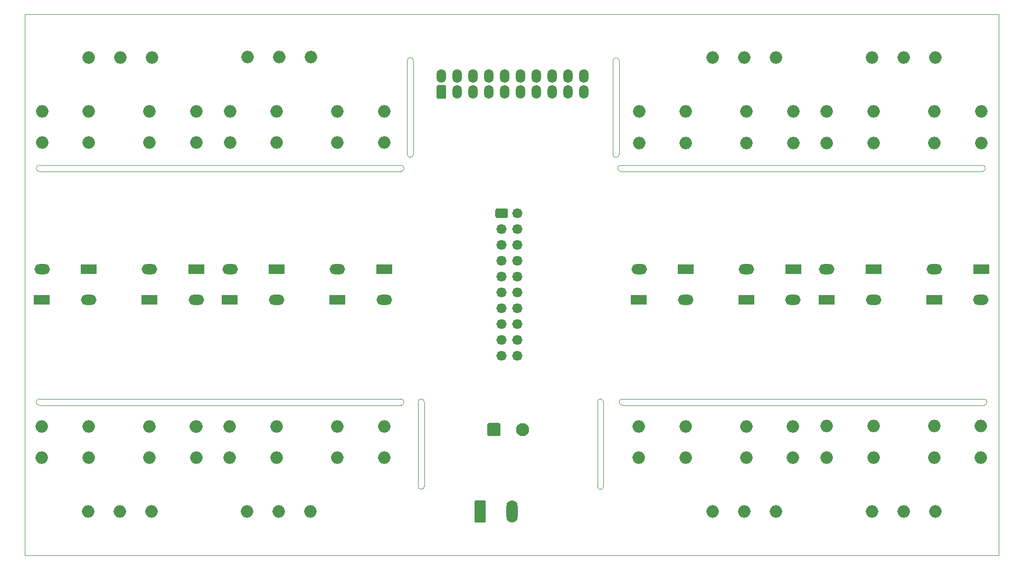
<source format=gbr>
%TF.GenerationSoftware,KiCad,Pcbnew,5.1.9-73d0e3b20d~88~ubuntu20.04.1*%
%TF.CreationDate,2021-03-03T11:34:14+04:00*%
%TF.ProjectId,relay_board,72656c61-795f-4626-9f61-72642e6b6963,rev?*%
%TF.SameCoordinates,Original*%
%TF.FileFunction,Soldermask,Top*%
%TF.FilePolarity,Negative*%
%FSLAX46Y46*%
G04 Gerber Fmt 4.6, Leading zero omitted, Abs format (unit mm)*
G04 Created by KiCad (PCBNEW 5.1.9-73d0e3b20d~88~ubuntu20.04.1) date 2021-03-03 11:34:14*
%MOMM*%
%LPD*%
G01*
G04 APERTURE LIST*
%TA.AperFunction,Profile*%
%ADD10C,0.050000*%
%TD*%
%ADD11C,2.040000*%
%ADD12C,1.790000*%
%TA.AperFunction,Profile*%
%ADD13C,0.100000*%
%TD*%
%ADD14O,1.500000X2.200000*%
%ADD15O,2.000000X2.000000*%
%ADD16O,2.500000X1.650000*%
%ADD17R,2.500000X1.650000*%
%ADD18O,1.650000X1.500000*%
%ADD19O,1.800000X3.600000*%
%ADD20C,2.100000*%
G04 APERTURE END LIST*
D10*
X145750000Y-46500000D02*
X145750000Y-50500000D01*
X146750000Y-46500000D02*
X146750000Y-50500000D01*
X112750000Y-46500000D02*
X112750000Y-50500000D01*
X113750000Y-46500000D02*
X113750000Y-50500000D01*
X144250000Y-112250000D02*
X144250000Y-114750000D01*
X143250000Y-112250000D02*
X143250000Y-114750000D01*
X114500000Y-101250000D02*
G75*
G02*
X115500000Y-101250000I500000J0D01*
G01*
X115500000Y-114750000D02*
G75*
G02*
X114500000Y-114750000I-500000J0D01*
G01*
X114500000Y-101250000D02*
X114500000Y-114750000D01*
X115500000Y-114750000D02*
X115500000Y-101250000D01*
X143250000Y-101250000D02*
G75*
G02*
X144250000Y-101250000I500000J0D01*
G01*
X144250000Y-114750000D02*
G75*
G02*
X143250000Y-114750000I-500000J0D01*
G01*
X143250000Y-101250000D02*
X143250000Y-112250000D01*
X144250000Y-112250000D02*
X144250000Y-101250000D01*
X112750000Y-46500000D02*
G75*
G02*
X113750000Y-46500000I500000J0D01*
G01*
X113750000Y-61500000D02*
G75*
G02*
X112750000Y-61500000I-500000J0D01*
G01*
X112750000Y-50500000D02*
X112750000Y-61500000D01*
X113750000Y-61500000D02*
X113750000Y-50500000D01*
X145750000Y-46500000D02*
G75*
G02*
X146750000Y-46500000I500000J0D01*
G01*
X146750000Y-61500000D02*
G75*
G02*
X145750000Y-61500000I-500000J0D01*
G01*
X145750000Y-50500000D02*
X145750000Y-61500000D01*
X146750000Y-61500000D02*
X146750000Y-50500000D01*
X53750000Y-64250000D02*
X111750000Y-64250000D01*
X111750000Y-63250000D02*
X53750000Y-63250000D01*
X53750000Y-64250000D02*
G75*
G02*
X53750000Y-63250000I0J500000D01*
G01*
X111750000Y-63250000D02*
G75*
G02*
X111750000Y-64250000I0J-500000D01*
G01*
X53750000Y-101750000D02*
X111750000Y-101750000D01*
X111750000Y-100750000D02*
X53750000Y-100750000D01*
X53750000Y-101750000D02*
G75*
G02*
X53750000Y-100750000I0J500000D01*
G01*
X111750000Y-100750000D02*
G75*
G02*
X111750000Y-101750000I0J-500000D01*
G01*
X147250000Y-101750000D02*
X205250000Y-101750000D01*
X205250000Y-100750000D02*
X147250000Y-100750000D01*
X147250000Y-101750000D02*
G75*
G02*
X147250000Y-100750000I0J500000D01*
G01*
X205250000Y-100750000D02*
G75*
G02*
X205250000Y-101750000I0J-500000D01*
G01*
X147000000Y-64250000D02*
G75*
G02*
X147000000Y-63250000I0J500000D01*
G01*
X205000000Y-63250000D02*
G75*
G02*
X205000000Y-64250000I0J-500000D01*
G01*
X147000000Y-64250000D02*
X205000000Y-64250000D01*
X205000000Y-63250000D02*
X147000000Y-63250000D01*
D11*
X78880000Y-105160000D02*
X78900000Y-105140000D01*
D12*
X180070000Y-59700000D02*
X180100000Y-59670000D01*
X180070000Y-59670000D02*
X180070000Y-59700000D01*
D13*
X207600000Y-125800000D02*
X51400000Y-125800000D01*
X207600000Y-39000000D02*
X207600000Y-125800000D01*
X51400000Y-125800000D02*
X51400000Y-39000000D01*
X51400000Y-39000000D02*
X207600000Y-39000000D01*
D14*
%TO.C,J12*%
X141110000Y-48960000D03*
X138570000Y-48960000D03*
X136030000Y-48960000D03*
X133490000Y-48960000D03*
X130950000Y-48960000D03*
X128410000Y-48960000D03*
X125870000Y-48960000D03*
X123330000Y-48960000D03*
X120790000Y-48960000D03*
X118250000Y-48960000D03*
X141110000Y-51500000D03*
X138570000Y-51500000D03*
X136030000Y-51500000D03*
X133490000Y-51500000D03*
X130950000Y-51500000D03*
X128410000Y-51500000D03*
X125870000Y-51500000D03*
X123330000Y-51500000D03*
X120790000Y-51500000D03*
G36*
G01*
X118779500Y-52600000D02*
X117720500Y-52600000D01*
G75*
G02*
X117500000Y-52379500I0J220500D01*
G01*
X117500000Y-50620500D01*
G75*
G02*
X117720500Y-50400000I220500J0D01*
G01*
X118779500Y-50400000D01*
G75*
G02*
X119000000Y-50620500I0J-220500D01*
G01*
X119000000Y-52379500D01*
G75*
G02*
X118779500Y-52600000I-220500J0D01*
G01*
G37*
%TD*%
D15*
%TO.C,K15*%
X180050000Y-110160000D03*
X187550000Y-105120000D03*
X187550000Y-110160000D03*
X180050000Y-105120000D03*
D16*
X187550000Y-84820000D03*
D17*
X180050000Y-84820000D03*
%TD*%
%TO.C,J1*%
G36*
G01*
X126900000Y-71489500D02*
X126900000Y-70430500D01*
G75*
G02*
X127120500Y-70210000I220500J0D01*
G01*
X128679500Y-70210000D01*
G75*
G02*
X128900000Y-70430500I0J-220500D01*
G01*
X128900000Y-71489500D01*
G75*
G02*
X128679500Y-71710000I-220500J0D01*
G01*
X127120500Y-71710000D01*
G75*
G02*
X126900000Y-71489500I0J220500D01*
G01*
G37*
D18*
X127900000Y-73500000D03*
X127900000Y-76040000D03*
X127900000Y-78580000D03*
X127900000Y-81120000D03*
X127900000Y-83660000D03*
X127900000Y-86200000D03*
X127900000Y-88740000D03*
X127900000Y-91280000D03*
X127900000Y-93820000D03*
X130440000Y-70960000D03*
X130440000Y-73500000D03*
X130440000Y-76040000D03*
X130440000Y-78580000D03*
X130440000Y-81120000D03*
X130440000Y-83660000D03*
X130440000Y-86200000D03*
X130440000Y-88740000D03*
X130440000Y-91280000D03*
X130440000Y-93820000D03*
%TD*%
D15*
%TO.C,K16*%
X197290000Y-110160000D03*
X204790000Y-105120000D03*
X204790000Y-110160000D03*
X197290000Y-105120000D03*
D16*
X204790000Y-84820000D03*
D17*
X197290000Y-84820000D03*
%TD*%
D15*
%TO.C,K14*%
X167150000Y-110170000D03*
X174650000Y-105130000D03*
X174650000Y-110170000D03*
X167150000Y-105130000D03*
D16*
X174650000Y-84830000D03*
D17*
X167150000Y-84830000D03*
%TD*%
D15*
%TO.C,K13*%
X149920000Y-110170000D03*
X157420000Y-105130000D03*
X157420000Y-110170000D03*
X149920000Y-105130000D03*
D16*
X157420000Y-84830000D03*
D17*
X149920000Y-84830000D03*
%TD*%
D15*
%TO.C,K12*%
X101550000Y-110180000D03*
X109050000Y-105140000D03*
X109050000Y-110180000D03*
X101550000Y-105140000D03*
D16*
X109050000Y-84840000D03*
D17*
X101550000Y-84840000D03*
%TD*%
D15*
%TO.C,K11*%
X84300000Y-110180000D03*
X91800000Y-105140000D03*
X91800000Y-110180000D03*
X84300000Y-105140000D03*
D16*
X91800000Y-84840000D03*
D17*
X84300000Y-84840000D03*
%TD*%
D15*
%TO.C,K10*%
X71400000Y-110180000D03*
X78900000Y-105140000D03*
X78900000Y-110180000D03*
X71400000Y-105140000D03*
D16*
X78900000Y-84840000D03*
D17*
X71400000Y-84840000D03*
%TD*%
D15*
%TO.C,K9*%
X54170000Y-110200000D03*
X61670000Y-105160000D03*
X61670000Y-110200000D03*
X54170000Y-105160000D03*
D16*
X61670000Y-84860000D03*
D17*
X54170000Y-84860000D03*
%TD*%
D15*
%TO.C,K8*%
X61700000Y-54610000D03*
X54200000Y-59650000D03*
X54200000Y-54610000D03*
X61700000Y-59650000D03*
D16*
X54200000Y-79950000D03*
D17*
X61700000Y-79950000D03*
%TD*%
D15*
%TO.C,K7*%
X78930000Y-54610000D03*
X71430000Y-59650000D03*
X71430000Y-54610000D03*
X78930000Y-59650000D03*
D16*
X71430000Y-79950000D03*
D17*
X78930000Y-79950000D03*
%TD*%
D15*
%TO.C,K6*%
X91820000Y-54610000D03*
X84320000Y-59650000D03*
X84320000Y-54610000D03*
X91820000Y-59650000D03*
D16*
X84320000Y-79950000D03*
D17*
X91820000Y-79950000D03*
%TD*%
D15*
%TO.C,K5*%
X109070000Y-54610000D03*
X101570000Y-59650000D03*
X101570000Y-54610000D03*
X109070000Y-59650000D03*
D16*
X101570000Y-79950000D03*
D17*
X109070000Y-79950000D03*
%TD*%
D15*
%TO.C,K4*%
X157440000Y-54620000D03*
X149940000Y-59660000D03*
X149940000Y-54620000D03*
X157440000Y-59660000D03*
D16*
X149940000Y-79960000D03*
D17*
X157440000Y-79960000D03*
%TD*%
D15*
%TO.C,K3*%
X174670000Y-54620000D03*
X167170000Y-59660000D03*
X167170000Y-54620000D03*
X174670000Y-59660000D03*
D16*
X167170000Y-79960000D03*
D17*
X174670000Y-79960000D03*
%TD*%
D15*
%TO.C,K2*%
X187570000Y-54630000D03*
X180070000Y-59670000D03*
X180070000Y-54630000D03*
X187570000Y-59670000D03*
D16*
X180070000Y-79970000D03*
D17*
X187570000Y-79970000D03*
%TD*%
D15*
%TO.C,K1*%
X204810000Y-54630000D03*
X197310000Y-59670000D03*
X197310000Y-54630000D03*
X204810000Y-59670000D03*
D16*
X197310000Y-79970000D03*
D17*
X204810000Y-79970000D03*
%TD*%
D15*
%TO.C,J11*%
X197480000Y-118810000D03*
X192400000Y-118810000D03*
X187320000Y-118810000D03*
%TD*%
%TO.C,J10*%
X171930000Y-118800000D03*
X166850000Y-118800000D03*
X161770000Y-118800000D03*
%TD*%
%TO.C,J9*%
X97200000Y-118800000D03*
X92120000Y-118800000D03*
X87040000Y-118800000D03*
%TD*%
%TO.C,J8*%
X71720000Y-118810000D03*
X66640000Y-118810000D03*
X61560000Y-118810000D03*
%TD*%
%TO.C,J7*%
X61660000Y-45990000D03*
X66740000Y-45990000D03*
X71820000Y-45990000D03*
%TD*%
%TO.C,J6*%
X87160000Y-45930000D03*
X92240000Y-45930000D03*
X97320000Y-45930000D03*
%TD*%
%TO.C,J5*%
X161780000Y-45970000D03*
X166860000Y-45970000D03*
X171940000Y-45970000D03*
%TD*%
%TO.C,J4*%
X187310000Y-45980000D03*
X192390000Y-45980000D03*
X197470000Y-45980000D03*
%TD*%
D19*
%TO.C,J3*%
X129540000Y-118800000D03*
G36*
G01*
X123560000Y-120350000D02*
X123560000Y-117250000D01*
G75*
G02*
X123810000Y-117000000I250000J0D01*
G01*
X125110000Y-117000000D01*
G75*
G02*
X125360000Y-117250000I0J-250000D01*
G01*
X125360000Y-120350000D01*
G75*
G02*
X125110000Y-120600000I-250000J0D01*
G01*
X123810000Y-120600000D01*
G75*
G02*
X123560000Y-120350000I0J250000D01*
G01*
G37*
%TD*%
%TO.C,J2*%
G36*
G01*
X125610000Y-106460001D02*
X125610000Y-104859999D01*
G75*
G02*
X125859999Y-104610000I249999J0D01*
G01*
X127460001Y-104610000D01*
G75*
G02*
X127710000Y-104859999I0J-249999D01*
G01*
X127710000Y-106460001D01*
G75*
G02*
X127460001Y-106710000I-249999J0D01*
G01*
X125859999Y-106710000D01*
G75*
G02*
X125610000Y-106460001I0J249999D01*
G01*
G37*
D20*
X131260000Y-105660000D03*
%TD*%
M02*

</source>
